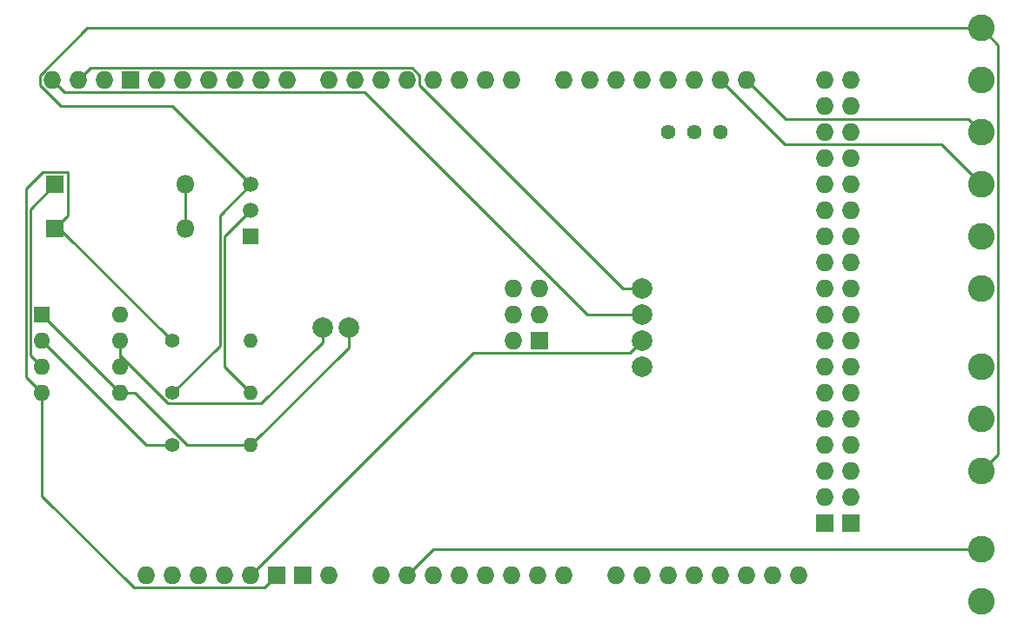
<source format=gbr>
%TF.GenerationSoftware,KiCad,Pcbnew,7.0.9*%
%TF.CreationDate,2023-12-21T11:10:09+01:00*%
%TF.ProjectId,OptiprodV2,4f707469-7072-46f6-9456-322e6b696361,rev?*%
%TF.SameCoordinates,Original*%
%TF.FileFunction,Copper,L1,Top*%
%TF.FilePolarity,Positive*%
%FSLAX46Y46*%
G04 Gerber Fmt 4.6, Leading zero omitted, Abs format (unit mm)*
G04 Created by KiCad (PCBNEW 7.0.9) date 2023-12-21 11:10:09*
%MOMM*%
%LPD*%
G01*
G04 APERTURE LIST*
%TA.AperFunction,ComponentPad*%
%ADD10C,2.000000*%
%TD*%
%TA.AperFunction,ComponentPad*%
%ADD11C,2.600000*%
%TD*%
%TA.AperFunction,ComponentPad*%
%ADD12R,1.800000X1.800000*%
%TD*%
%TA.AperFunction,ComponentPad*%
%ADD13O,1.800000X1.800000*%
%TD*%
%TA.AperFunction,ComponentPad*%
%ADD14O,1.727200X1.727200*%
%TD*%
%TA.AperFunction,ComponentPad*%
%ADD15R,1.727200X1.727200*%
%TD*%
%TA.AperFunction,ComponentPad*%
%ADD16C,1.400000*%
%TD*%
%TA.AperFunction,ComponentPad*%
%ADD17O,1.400000X1.400000*%
%TD*%
%TA.AperFunction,ComponentPad*%
%ADD18R,1.600000X1.600000*%
%TD*%
%TA.AperFunction,ComponentPad*%
%ADD19O,1.600000X1.600000*%
%TD*%
%TA.AperFunction,ComponentPad*%
%ADD20R,1.500000X1.500000*%
%TD*%
%TA.AperFunction,ComponentPad*%
%ADD21C,1.500000*%
%TD*%
%TA.AperFunction,ComponentPad*%
%ADD22C,1.440000*%
%TD*%
%TA.AperFunction,Conductor*%
%ADD23C,0.250000*%
%TD*%
G04 APERTURE END LIST*
D10*
%TO.P,SDA2,1,1*%
%TO.N,Net-(A2-PadSDA)*%
X172720000Y-78740000D03*
%TD*%
D11*
%TO.P,SCL1,1,1*%
%TO.N,Net-(A2-D21{slash}SCL)*%
X205740000Y-63500000D03*
%TD*%
%TO.P,SDA1,1,1*%
%TO.N,Net-(A2-D20{slash}SDA)*%
X205740000Y-68580000D03*
%TD*%
%TO.P,SDO1,1,1*%
%TO.N,unconnected-(SDO1-Pad1)*%
X205740000Y-73660000D03*
%TD*%
D12*
%TO.P,DZ6,1,K*%
%TO.N,GND*%
X115570000Y-72830000D03*
D13*
%TO.P,DZ6,2,A*%
%TO.N,Net-(DZ5-A)*%
X128270000Y-72830000D03*
%TD*%
D14*
%TO.P,A2,*%
%TO.N,*%
X124460000Y-106680000D03*
%TO.P,A2,3V3,3.3V*%
%TO.N,VCC*%
X132080000Y-106680000D03*
%TO.P,A2,5V1,5V*%
%TO.N,VCCQ*%
X134620000Y-106680000D03*
%TO.P,A2,5V2,SPI_5V*%
%TO.N,unconnected-(A2-SPI_5V-Pad5V2)*%
X162687000Y-78740000D03*
%TO.P,A2,5V3,5V*%
%TO.N,VCCQ*%
X190500000Y-58420000D03*
%TO.P,A2,5V4,5V*%
X193040000Y-58420000D03*
%TO.P,A2,A0,A0*%
%TO.N,Net-(MCP602B--)*%
X147320000Y-106680000D03*
%TO.P,A2,A1,A1*%
%TO.N,Net-(DS18B20-DQ)*%
X149860000Y-106680000D03*
%TO.P,A2,A2,A2*%
%TO.N,unconnected-(A2-PadA2)*%
X152400000Y-106680000D03*
%TO.P,A2,A3,A3*%
%TO.N,unconnected-(A2-PadA3)*%
X154940000Y-106680000D03*
%TO.P,A2,A4,A4*%
%TO.N,unconnected-(A2-PadA4)*%
X157480000Y-106680000D03*
%TO.P,A2,A5,A5*%
%TO.N,unconnected-(A2-PadA5)*%
X160020000Y-106680000D03*
%TO.P,A2,A6,A6*%
%TO.N,unconnected-(A2-PadA6)*%
X162560000Y-106680000D03*
%TO.P,A2,A7,A7*%
%TO.N,unconnected-(A2-PadA7)*%
X165100000Y-106680000D03*
%TO.P,A2,A8,A8*%
%TO.N,unconnected-(A2-PadA8)*%
X170180000Y-106680000D03*
%TO.P,A2,A9,A9*%
%TO.N,unconnected-(A2-PadA9)*%
X172720000Y-106680000D03*
%TO.P,A2,A10,A10*%
%TO.N,unconnected-(A2-PadA10)*%
X175260000Y-106680000D03*
%TO.P,A2,A11,A11*%
%TO.N,unconnected-(A2-PadA11)*%
X177800000Y-106680000D03*
%TO.P,A2,A12,A12*%
%TO.N,unconnected-(A2-PadA12)*%
X180340000Y-106680000D03*
%TO.P,A2,A13,A13*%
%TO.N,unconnected-(A2-PadA13)*%
X182880000Y-106680000D03*
%TO.P,A2,A14,A14*%
%TO.N,unconnected-(A2-PadA14)*%
X185420000Y-106680000D03*
%TO.P,A2,A15,A15*%
%TO.N,unconnected-(A2-PadA15)*%
X187960000Y-106680000D03*
%TO.P,A2,AREF,AREF*%
%TO.N,unconnected-(A2-PadAREF)*%
X120396000Y-58420000D03*
%TO.P,A2,D0,D0/RX0*%
%TO.N,unconnected-(A2-D0{slash}RX0-PadD0)*%
X160020000Y-58420000D03*
%TO.P,A2,D1,D1/TX0*%
%TO.N,unconnected-(A2-D1{slash}TX0-PadD1)*%
X157480000Y-58420000D03*
%TO.P,A2,D2,D2_INT0*%
%TO.N,unconnected-(A2-D2_INT0-PadD2)*%
X154940000Y-58420000D03*
%TO.P,A2,D3,D3_INT1*%
%TO.N,unconnected-(A2-D3_INT1-PadD3)*%
X152400000Y-58420000D03*
%TO.P,A2,D4,D4*%
%TO.N,unconnected-(A2-PadD4)*%
X149860000Y-58420000D03*
%TO.P,A2,D5,D5*%
%TO.N,unconnected-(A2-PadD5)*%
X147320000Y-58420000D03*
%TO.P,A2,D6,D6*%
%TO.N,unconnected-(A2-PadD6)*%
X144780000Y-58420000D03*
%TO.P,A2,D7,D7*%
%TO.N,unconnected-(A2-PadD7)*%
X142240000Y-58420000D03*
%TO.P,A2,D8,D8*%
%TO.N,unconnected-(A2-PadD8)*%
X138176000Y-58420000D03*
%TO.P,A2,D9,D9*%
%TO.N,unconnected-(A2-PadD9)*%
X135636000Y-58420000D03*
%TO.P,A2,D10,D10*%
%TO.N,unconnected-(A2-PadD10)*%
X133096000Y-58420000D03*
%TO.P,A2,D11,D11*%
%TO.N,unconnected-(A2-PadD11)*%
X130556000Y-58420000D03*
%TO.P,A2,D12,D12*%
%TO.N,unconnected-(A2-PadD12)*%
X128016000Y-58420000D03*
%TO.P,A2,D13,D13*%
%TO.N,unconnected-(A2-PadD13)*%
X125476000Y-58420000D03*
%TO.P,A2,D14,D14/TX3*%
%TO.N,unconnected-(A2-D14{slash}TX3-PadD14)*%
X165100000Y-58420000D03*
%TO.P,A2,D15,D15/RX3*%
%TO.N,unconnected-(A2-D15{slash}RX3-PadD15)*%
X167640000Y-58420000D03*
%TO.P,A2,D16,D16/TX2*%
%TO.N,unconnected-(A2-D16{slash}TX2-PadD16)*%
X170180000Y-58420000D03*
%TO.P,A2,D17,D17/RX2*%
%TO.N,unconnected-(A2-D17{slash}RX2-PadD17)*%
X172720000Y-58420000D03*
%TO.P,A2,D18,D18/TX1*%
%TO.N,unconnected-(A2-D18{slash}TX1-PadD18)*%
X175260000Y-58420000D03*
%TO.P,A2,D19,D19/RX1*%
%TO.N,unconnected-(A2-D19{slash}RX1-PadD19)*%
X177800000Y-58420000D03*
%TO.P,A2,D20,D20/SDA*%
%TO.N,Net-(A2-D20{slash}SDA)*%
X180340000Y-58420000D03*
%TO.P,A2,D21,D21/SCL*%
%TO.N,Net-(A2-D21{slash}SCL)*%
X182880000Y-58420000D03*
%TO.P,A2,D22,D22*%
%TO.N,unconnected-(A2-PadD22)*%
X190500000Y-60960000D03*
%TO.P,A2,D23,D23*%
%TO.N,unconnected-(A2-PadD23)*%
X193040000Y-60960000D03*
%TO.P,A2,D24,D24*%
%TO.N,unconnected-(A2-PadD24)*%
X190500000Y-63500000D03*
%TO.P,A2,D25,D25*%
%TO.N,unconnected-(A2-PadD25)*%
X193040000Y-63500000D03*
%TO.P,A2,D26,D26*%
%TO.N,unconnected-(A2-PadD26)*%
X190500000Y-66040000D03*
%TO.P,A2,D27,D27*%
%TO.N,unconnected-(A2-PadD27)*%
X193040000Y-66040000D03*
%TO.P,A2,D28,D28*%
%TO.N,unconnected-(A2-PadD28)*%
X190500000Y-68580000D03*
%TO.P,A2,D29,D29*%
%TO.N,unconnected-(A2-PadD29)*%
X193040000Y-68580000D03*
%TO.P,A2,D30,D30*%
%TO.N,unconnected-(A2-PadD30)*%
X190500000Y-71120000D03*
%TO.P,A2,D31,D31*%
%TO.N,unconnected-(A2-PadD31)*%
X193040000Y-71120000D03*
%TO.P,A2,D32,D32*%
%TO.N,unconnected-(A2-PadD32)*%
X190500000Y-73660000D03*
%TO.P,A2,D33,D33*%
%TO.N,unconnected-(A2-PadD33)*%
X193040000Y-73660000D03*
%TO.P,A2,D34,D34*%
%TO.N,unconnected-(A2-PadD34)*%
X190500000Y-76200000D03*
%TO.P,A2,D35,D35*%
%TO.N,unconnected-(A2-PadD35)*%
X193040000Y-76200000D03*
%TO.P,A2,D36,D36*%
%TO.N,unconnected-(A2-PadD36)*%
X190500000Y-78740000D03*
%TO.P,A2,D37,D37*%
%TO.N,unconnected-(A2-PadD37)*%
X193040000Y-78740000D03*
%TO.P,A2,D38,D38*%
%TO.N,unconnected-(A2-PadD38)*%
X190500000Y-81280000D03*
%TO.P,A2,D39,D39*%
%TO.N,unconnected-(A2-PadD39)*%
X193040000Y-81280000D03*
%TO.P,A2,D40,D40*%
%TO.N,unconnected-(A2-PadD40)*%
X190500000Y-83820000D03*
%TO.P,A2,D41,D41*%
%TO.N,unconnected-(A2-PadD41)*%
X193040000Y-83820000D03*
%TO.P,A2,D42,D42*%
%TO.N,unconnected-(A2-PadD42)*%
X190500000Y-86360000D03*
%TO.P,A2,D43,D43*%
%TO.N,unconnected-(A2-PadD43)*%
X193040000Y-86360000D03*
%TO.P,A2,D44,D44*%
%TO.N,unconnected-(A2-PadD44)*%
X190500000Y-88900000D03*
%TO.P,A2,D45,D45*%
%TO.N,unconnected-(A2-PadD45)*%
X193040000Y-88900000D03*
%TO.P,A2,D46,D46*%
%TO.N,unconnected-(A2-PadD46)*%
X190500000Y-91440000D03*
%TO.P,A2,D47,D47*%
%TO.N,unconnected-(A2-PadD47)*%
X193040000Y-91440000D03*
%TO.P,A2,D48,D48*%
%TO.N,unconnected-(A2-PadD48)*%
X190500000Y-93980000D03*
%TO.P,A2,D49,D49*%
%TO.N,unconnected-(A2-PadD49)*%
X193040000Y-93980000D03*
%TO.P,A2,D50,D50_MISO*%
%TO.N,unconnected-(A2-D50_MISO-PadD50)*%
X190500000Y-96520000D03*
%TO.P,A2,D51,D51_MOSI*%
%TO.N,unconnected-(A2-D51_MOSI-PadD51)*%
X193040000Y-96520000D03*
%TO.P,A2,D52,D52_SCK*%
%TO.N,unconnected-(A2-D52_SCK-PadD52)*%
X190500000Y-99060000D03*
%TO.P,A2,D53,D53_CS*%
%TO.N,unconnected-(A2-D53_CS-PadD53)*%
X193040000Y-99060000D03*
D15*
%TO.P,A2,GND1,GND*%
%TO.N,GND*%
X122936000Y-58420000D03*
%TO.P,A2,GND2,GND*%
X137160000Y-106680000D03*
%TO.P,A2,GND3,GND*%
X139700000Y-106680000D03*
%TO.P,A2,GND4,SPI_GND*%
%TO.N,unconnected-(A2-SPI_GND-PadGND4)*%
X162687000Y-83820000D03*
%TO.P,A2,GND5,GND*%
%TO.N,GND*%
X190500000Y-101600000D03*
%TO.P,A2,GND6,GND*%
X193040000Y-101600000D03*
D14*
%TO.P,A2,IORF,IOREF*%
%TO.N,unconnected-(A2-IOREF-PadIORF)*%
X127000000Y-106680000D03*
%TO.P,A2,MISO,SPI_MISO*%
%TO.N,unconnected-(A2-SPI_MISO-PadMISO)*%
X160147000Y-78740000D03*
%TO.P,A2,MOSI,SPI_MOSI*%
%TO.N,unconnected-(A2-SPI_MOSI-PadMOSI)*%
X162687000Y-81280000D03*
%TO.P,A2,RST1,RESET*%
%TO.N,unconnected-(A2-RESET-PadRST1)*%
X129540000Y-106680000D03*
%TO.P,A2,RST2,SPI_RESET*%
%TO.N,unconnected-(A2-SPI_RESET-PadRST2)*%
X160147000Y-83820000D03*
%TO.P,A2,SCK,SPI_SCK*%
%TO.N,unconnected-(A2-SPI_SCK-PadSCK)*%
X160147000Y-81280000D03*
%TO.P,A2,SCL,SCL*%
%TO.N,Net-(A2-PadSCL)*%
X115316000Y-58420000D03*
%TO.P,A2,SDA,SDA*%
%TO.N,Net-(A2-PadSDA)*%
X117856000Y-58420000D03*
%TO.P,A2,VIN,VIN*%
%TO.N,unconnected-(A2-PadVIN)*%
X142240000Y-106680000D03*
%TD*%
D10*
%TO.P,GNDS1,1,1*%
%TO.N,GND*%
X172720000Y-86360000D03*
%TD*%
D11*
%TO.P,GNDIN2,1,1*%
%TO.N,GND*%
X205740000Y-58420000D03*
%TD*%
D16*
%TO.P,4.7K1,1*%
%TO.N,VCC*%
X127000000Y-88900000D03*
D17*
%TO.P,4.7K1,2*%
%TO.N,Net-(DS18B20-DQ)*%
X134620000Y-88900000D03*
%TD*%
D11*
%TO.P,A1,1,1*%
%TO.N,Net-(DS18B20-DQ)*%
X205740000Y-104140000D03*
%TD*%
D16*
%TO.P,1K2,1*%
%TO.N,GND*%
X127000000Y-83820000D03*
D17*
%TO.P,1K2,2*%
%TO.N,Net-(1K1-Right)*%
X134620000Y-83820000D03*
%TD*%
D16*
%TO.P,51K1,1*%
%TO.N,Net-(1K1-Center)*%
X127000000Y-93980000D03*
D17*
%TO.P,51K1,2*%
%TO.N,Net-(MCP602B-+)*%
X134620000Y-93980000D03*
%TD*%
D11*
%TO.P,GND1,1,1*%
%TO.N,GND*%
X205740000Y-109220000D03*
%TD*%
D18*
%TO.P,MCP602,1*%
%TO.N,Net-(MCP602B-+)*%
X114300000Y-81280000D03*
D19*
%TO.P,MCP602,2,-*%
%TO.N,Net-(1K1-Center)*%
X114300000Y-83820000D03*
%TO.P,MCP602,3,+*%
%TO.N,Net-(DZ5-K)*%
X114300000Y-86360000D03*
%TO.P,MCP602,4,V-*%
%TO.N,GND*%
X114300000Y-88900000D03*
%TO.P,MCP602,5,+*%
%TO.N,Net-(MCP602B-+)*%
X121920000Y-88900000D03*
%TO.P,MCP602,6,-*%
%TO.N,Net-(MCP602B--)*%
X121920000Y-86360000D03*
%TO.P,MCP602,7*%
X121920000Y-83820000D03*
%TO.P,MCP602,8,V+*%
%TO.N,VCCQ*%
X121920000Y-81280000D03*
%TD*%
D11*
%TO.P,CS1,1,1*%
%TO.N,unconnected-(CS1-Pad1)*%
X205740000Y-78740000D03*
%TD*%
D20*
%TO.P,DS18B20,1,GND*%
%TO.N,GND*%
X134620000Y-73660000D03*
D21*
%TO.P,DS18B20,2,DQ*%
%TO.N,Net-(DS18B20-DQ)*%
X134620000Y-71120000D03*
%TO.P,DS18B20,3,V_{DD}*%
%TO.N,VCC*%
X134620000Y-68580000D03*
%TD*%
D11*
%TO.P,VCC1,1,1*%
%TO.N,VCC*%
X205740000Y-53340000D03*
%TD*%
D12*
%TO.P,DZ5,1,K*%
%TO.N,Net-(DZ5-K)*%
X115570000Y-68580000D03*
D13*
%TO.P,DZ5,2,A*%
%TO.N,Net-(DZ5-A)*%
X128270000Y-68580000D03*
%TD*%
D10*
%TO.P,Follower1,1,1*%
%TO.N,Net-(MCP602B--)*%
X141610000Y-82550000D03*
%TD*%
%TO.P,SCL2,1,1*%
%TO.N,Net-(A2-PadSCL)*%
X172720000Y-81280000D03*
%TD*%
%TO.P,Follower2,1,1*%
%TO.N,Net-(MCP602B-+)*%
X144150000Y-82550000D03*
%TD*%
%TO.P,VCCS1,1,1*%
%TO.N,VCCQ*%
X172720000Y-83820000D03*
%TD*%
D11*
%TO.P,3.3V1,1,1*%
%TO.N,VCC*%
X205740000Y-96520000D03*
%TD*%
%TO.P,GNDIN1,1,1*%
%TO.N,GND*%
X205740000Y-86360000D03*
%TD*%
%TO.P,IN1,1,1*%
%TO.N,Net-(DZ5-K)*%
X205740000Y-91440000D03*
%TD*%
D22*
%TO.P,1K1,1,Left*%
%TO.N,unconnected-(1K1-Left-Pad1)*%
X180340000Y-63500000D03*
%TO.P,1K1,2,Center*%
%TO.N,Net-(1K1-Center)*%
X177800000Y-63500000D03*
%TO.P,1K1,3,Right*%
%TO.N,Net-(1K1-Right)*%
X175260000Y-63500000D03*
%TD*%
D23*
%TO.N,GND*%
X116795000Y-71605000D02*
X115570000Y-72830000D01*
X116795000Y-67355000D02*
X116795000Y-71605000D01*
X112725000Y-87325000D02*
X112725000Y-68975000D01*
X112725000Y-68975000D02*
X114345000Y-67355000D01*
X114345000Y-67355000D02*
X116795000Y-67355000D01*
X114300000Y-88900000D02*
X112725000Y-87325000D01*
X114300000Y-98935000D02*
X114300000Y-88900000D01*
X123233600Y-107868600D02*
X114300000Y-98935000D01*
X135971400Y-107868600D02*
X123233600Y-107868600D01*
X137160000Y-106680000D02*
X135971400Y-107868600D01*
X116010000Y-72830000D02*
X115570000Y-72830000D01*
X127000000Y-83820000D02*
X116010000Y-72830000D01*
%TO.N,Net-(DS18B20-DQ)*%
X152400000Y-104140000D02*
X149860000Y-106680000D01*
X205740000Y-104140000D02*
X152400000Y-104140000D01*
%TO.N,VCC*%
X207365000Y-94895000D02*
X205740000Y-96520000D01*
X205740000Y-53340000D02*
X207365000Y-54965000D01*
X207365000Y-54965000D02*
X207365000Y-94895000D01*
%TO.N,VCCQ*%
X156291400Y-85008600D02*
X134620000Y-106680000D01*
X172720000Y-83820000D02*
X171531400Y-85008600D01*
X171531400Y-85008600D02*
X156291400Y-85008600D01*
%TO.N,Net-(MCP602B-+)*%
X128449569Y-93980000D02*
X134620000Y-93980000D01*
X123369569Y-88900000D02*
X128449569Y-93980000D01*
X121920000Y-88900000D02*
X123369569Y-88900000D01*
X144150000Y-84450000D02*
X144150000Y-82550000D01*
X134620000Y-93980000D02*
X144150000Y-84450000D01*
%TO.N,Net-(MCP602B--)*%
X126575431Y-89925000D02*
X121920000Y-85269569D01*
X121920000Y-85269569D02*
X121920000Y-83820000D01*
X141610000Y-83964213D02*
X135649213Y-89925000D01*
X135649213Y-89925000D02*
X126575431Y-89925000D01*
X141610000Y-82550000D02*
X141610000Y-83964213D01*
%TO.N,VCC*%
X131630000Y-84270000D02*
X131630000Y-71570000D01*
X127000000Y-88900000D02*
X131630000Y-84270000D01*
X131630000Y-71570000D02*
X134620000Y-68580000D01*
%TO.N,Net-(DS18B20-DQ)*%
X132080000Y-86360000D02*
X134620000Y-88900000D01*
X132080000Y-73660000D02*
X132080000Y-86360000D01*
X134620000Y-71120000D02*
X132080000Y-73660000D01*
%TO.N,Net-(A2-D20{slash}SDA)*%
X186608600Y-64688600D02*
X201848600Y-64688600D01*
X180340000Y-58420000D02*
X186608600Y-64688600D01*
X201848600Y-64688600D02*
X205740000Y-68580000D01*
%TO.N,Net-(A2-D21{slash}SCL)*%
X205740000Y-63500000D02*
X204440000Y-62200000D01*
X204440000Y-62200000D02*
X186660000Y-62200000D01*
X186660000Y-62200000D02*
X182880000Y-58420000D01*
%TO.N,VCC*%
X114127400Y-58912335D02*
X114127400Y-57927665D01*
X116175065Y-60960000D02*
X114127400Y-58912335D01*
X114127400Y-57927665D02*
X118715065Y-53340000D01*
X127000000Y-60960000D02*
X116175065Y-60960000D01*
X118715065Y-53340000D02*
X205740000Y-53340000D01*
X134620000Y-68580000D02*
X127000000Y-60960000D01*
%TO.N,Net-(A2-PadSDA)*%
X151048600Y-58912335D02*
X170876265Y-78740000D01*
X150352335Y-57231400D02*
X151048600Y-57927665D01*
X151048600Y-57927665D02*
X151048600Y-58912335D01*
X119044600Y-57231400D02*
X150352335Y-57231400D01*
X117856000Y-58420000D02*
X119044600Y-57231400D01*
X170876265Y-78740000D02*
X172720000Y-78740000D01*
%TO.N,Net-(A2-PadSCL)*%
X167386928Y-81280000D02*
X172720000Y-81280000D01*
X116504600Y-59608600D02*
X145715528Y-59608600D01*
X145715528Y-59608600D02*
X167386928Y-81280000D01*
X115316000Y-58420000D02*
X116504600Y-59608600D01*
%TO.N,Net-(DZ5-K)*%
X114300000Y-86360000D02*
X113175000Y-85235000D01*
%TO.N,Net-(DZ5-A)*%
X128270000Y-68580000D02*
X128270000Y-72830000D01*
%TO.N,Net-(DZ5-K)*%
X113175000Y-70975000D02*
X115570000Y-68580000D01*
X113175000Y-85235000D02*
X113175000Y-70975000D01*
%TO.N,Net-(1K1-Center)*%
X124460000Y-93980000D02*
X127000000Y-93980000D01*
X114300000Y-83820000D02*
X124460000Y-93980000D01*
%TO.N,Net-(MCP602B-+)*%
X114300000Y-81280000D02*
X121920000Y-88900000D01*
%TO.N,Net-(MCP602B--)*%
X121920000Y-86360000D02*
X121920000Y-83820000D01*
%TD*%
M02*

</source>
